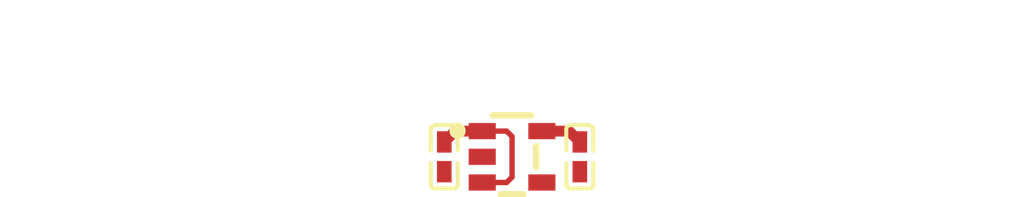
<source format=kicad_pcb>
(kicad_pcb (version 20241229) (generator "pcbnew") (generator_version "9.0")
  (layers (0 "F.Cu" signal) (2 "B.Cu" signal) (13 "F.Paste" user) (15 "B.Paste" user) (5 "F.SilkS" user "F.Silkscreen") (7 "B.SilkS" user "B.Silkscreen") (1 "F.Mask" user) (3 "B.Mask" user) (25 "Edge.Cuts" user))
  (net 0 "")
  (net 1 "gnd")
  (net 2 "net")
  (net 3 "hv")
  (net 4 "hv-1")
  (footprint "Samsung_Electro_Mechanics_CL05B104KO5NNNC:C0402" (layer "F.Cu") (at 2.5 0 -90)
    (property "Reference" "C2" (hide yes))
    (property "Value" "100nF ±10% 16V X7R")
    (fp_line (start 1.02 -0.5) (end 0.23 -0.5) (stroke (width 0.15)) (layer "F.SilkS"))
    (fp_line (start 0.23 0.5) (end 1.02 0.5) (stroke (width 0.15)) (layer "F.SilkS"))
    (fp_line (start 1.17 0.35) (end 1.17 -0.35) (stroke (width 0.15)) (layer "F.SilkS"))
    (fp_line (start -1.02 -0.5) (end -0.23 -0.5) (stroke (width 0.15)) (layer "F.SilkS"))
    (fp_line (start -0.23 0.5) (end -1.02 0.5) (stroke (width 0.15)) (layer "F.SilkS"))
    (fp_line (start -1.17 0.35) (end -1.17 -0.35) (stroke (width 0.15)) (layer "F.SilkS"))
    (fp_arc (start 1.17 0.35) (mid 1.1260660171779822 0.456066017177982) (end 1.02 0.4999999999999999) (stroke (width 0.15)) (layer "F.SilkS"))
    (fp_arc (start 1.02 -0.5) (mid 1.1260660171779822 -0.4560660171779821) (end 1.17 -0.35) (stroke (width 0.15)) (layer "F.SilkS"))
    (fp_arc (start -1.17 0.35) (mid -1.1260660171779822 0.456066017177982) (end -1.02 0.4999999999999999) (stroke (width 0.15)) (layer "F.SilkS"))
    (fp_arc (start -1.02 -0.5) (mid -1.1260660171779822 -0.4560660171779821) (end -1.17 -0.35) (stroke (width 0.15)) (layer "F.SilkS"))
    (pad "2" smd rect (at 0.55 0 -90) (size 0.79 0.54) (layers "F.Cu" "F.Paste" "F.Mask") (net 1 "gnd"))
    (pad "1" smd rect (at -0.55 0 -90) (size 0.79 0.54) (layers "F.Cu" "F.Paste" "F.Mask") (net 4 "hv-1"))
  )
  (footprint "Samsung_Electro_Mechanics_CL05B104KO5NNNC:C0402" (layer "F.Cu") (at -2.5 0 -90)
    (property "Reference" "C1" (hide yes))
    (property "Value" "100nF ±10% 16V X7R")
    (fp_line (start 1.02 -0.5) (end 0.23 -0.5) (stroke (width 0.15)) (layer "F.SilkS"))
    (fp_line (start 0.23 0.5) (end 1.02 0.5) (stroke (width 0.15)) (layer "F.SilkS"))
    (fp_line (start 1.17 0.35) (end 1.17 -0.35) (stroke (width 0.15)) (layer "F.SilkS"))
    (fp_line (start -1.02 -0.5) (end -0.23 -0.5) (stroke (width 0.15)) (layer "F.SilkS"))
    (fp_line (start -0.23 0.5) (end -1.02 0.5) (stroke (width 0.15)) (layer "F.SilkS"))
    (fp_line (start -1.17 0.35) (end -1.17 -0.35) (stroke (width 0.15)) (layer "F.SilkS"))
    (fp_arc (start 1.17 0.35) (mid 1.1260660171779822 0.456066017177982) (end 1.02 0.4999999999999999) (stroke (width 0.15)) (layer "F.SilkS"))
    (fp_arc (start 1.02 -0.5) (mid 1.1260660171779822 -0.4560660171779821) (end 1.17 -0.35) (stroke (width 0.15)) (layer "F.SilkS"))
    (fp_arc (start -1.17 0.35) (mid -1.1260660171779822 0.456066017177982) (end -1.02 0.4999999999999999) (stroke (width 0.15)) (layer "F.SilkS"))
    (fp_arc (start -1.02 -0.5) (mid -1.1260660171779822 -0.4560660171779821) (end -1.17 -0.35) (stroke (width 0.15)) (layer "F.SilkS"))
    (pad "2" smd rect (at 0.55 0 -90) (size 0.79 0.54) (layers "F.Cu" "F.Paste" "F.Mask") (net 1 "gnd"))
    (pad "1" smd rect (at -0.55 0 -90) (size 0.79 0.54) (layers "F.Cu" "F.Paste" "F.Mask") (net 3 "hv"))
  )
  (footprint "TECH_PUBLIC_TPAP2112K_3_3TRG1:SOT-23-5_L2.9-W1.6-P0.95-LS2.8-BR" (layer "F.Cu") (at 0 0 180)
    (property "Reference" "U1" (hide yes))
    (property "Value" "LDO 3.3V ±0% 850.5mA 320mV Vin max Iq 10µA")
    (fp_line (start -0.7 1.53) (end 0.7 1.53) (stroke (width 0.25)) (layer "F.SilkS"))
    (fp_line (start -0.42 -1.39) (end 0.42 -1.39) (stroke (width 0.25)) (layer "F.SilkS"))
    (fp_line (start -0.89 0.38) (end -0.89 -0.38) (stroke (width 0.25)) (layer "F.SilkS"))
    (fp_circle (center 2.01 0.96) (end 2.16 0.96) (stroke (width 0.3)) (fill no) (layer "F.SilkS"))
    (pad "2" smd rect (at 1.1 0 270) (size 0.6 1) (layers "F.Cu" "F.Paste" "F.Mask") (net 1 "gnd"))
    (pad "3" smd rect (at 1.1 -0.95 270) (size 0.6 1) (layers "F.Cu" "F.Paste" "F.Mask") (net 3 "hv"))
    (pad "1" smd rect (at 1.1 0.95 270) (size 0.6 1) (layers "F.Cu" "F.Paste" "F.Mask") (net 3 "hv"))
    (pad "4" smd rect (at -1.1 -0.95 270) (size 0.6 1) (layers "F.Cu" "F.Paste" "F.Mask") (net 2 "net"))
    (pad "5" smd rect (at -1.1 0.95 270) (size 0.6 1) (layers "F.Cu" "F.Paste" "F.Mask") (net 4 "hv-1"))
  )
  (segment (start -0.2 -0.95) (end -1.1 -0.95) (width 0.2) (net 3) (layer "F.Cu"))
  (segment (start -1.1 0.95) (end -0.2 0.95) (width 0.2) (net 3) (layer "F.Cu"))
  (segment (start -2.5 -0.55) (end -2.1 -0.95) (width 0.4) (net 3) (layer "F.Cu"))
  (segment (start 0 0.75) (end 0 -0.75) (width 0.2) (net 3) (layer "F.Cu"))
  (segment (start -0.2 0.95) (end 0 0.75) (width 0.2) (net 3) (layer "F.Cu"))
  (segment (start -2.1 -0.95) (end -1.1 -0.95) (width 0.4) (net 3) (layer "F.Cu"))
  (segment (start 0 -0.75) (end -0.2 -0.95) (width 0.2) (net 3) (layer "F.Cu"))
  (segment (start 1.1 -0.95) (end 2.1 -0.95) (width 0.4) (net 4) (layer "F.Cu"))
  (segment (start 2.1 -0.95) (end 2.5 -0.55) (width 0.4) (net 4) (layer "F.Cu"))
)
</source>
